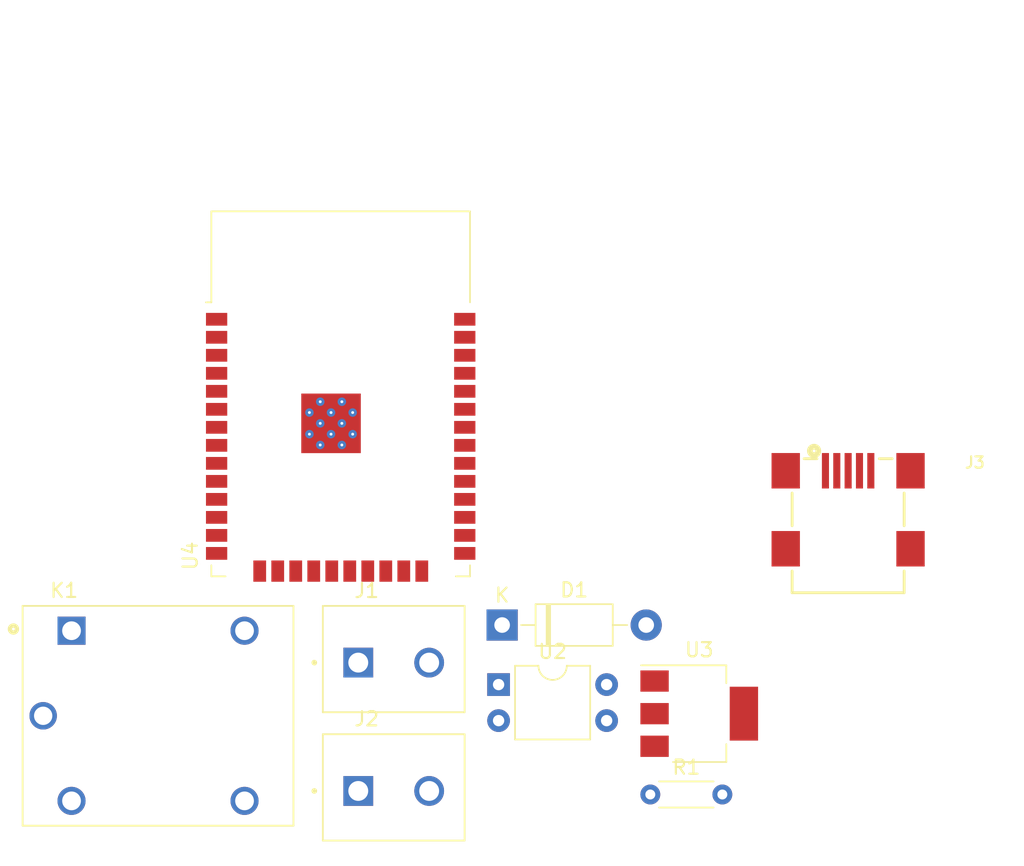
<source format=kicad_pcb>
(kicad_pcb (version 20221018) (generator pcbnew)
  (layers (0 "F.Cu" signal) (31 "B.Cu" signal) (34 "B.Paste" user) (35 "F.Paste" user) (36 "B.SilkS" user "B.Silkscreen") (37 "F.SilkS" user "F.Silkscreen") (38 "B.Mask" user) (39 "F.Mask" user) (44 "Edge.Cuts" user))
  (net 0 "")
  (net 1 "Net-(D1-K)")
  (net 2 "GND")
  (net 3 "+5V")
  (net 4 "Net-(J2-Pad1)")
  (net 5 "Net-(J2-Pad2)")
  (net 8 "Net-(R1-Pad2)")
  (net 9 "+3.3V")
  (footprint "usb_mini:usb_mini" (layer "F.Cu") (at 160.83 104.645)
    (property "VALUE" "65100516121")
    (fp_text reference "J3" (at 8.94 -4.453) (layer "F.SilkS") (effects (font (size 0.8 0.8))))
    (fp_text value "~")
    (fp_line (start -3.95 -2.3) (end -3.95 0) (stroke (width 0.2)) (layer "F.SilkS"))
    (fp_line (start -3.95 3.2) (end -3.95 4.725) (stroke (width 0.2)) (layer "F.SilkS"))
    (fp_line (start -3.95 4.725) (end 3.95 4.725) (stroke (width 0.2)) (layer "F.SilkS"))
    (fp_line (start -3.1 -4.725) (end -2.2 -4.725) (stroke (width 0.2)) (layer "F.SilkS"))
    (fp_line (start 2.2 -4.725) (end 3.1 -4.725) (stroke (width 0.2)) (layer "F.SilkS"))
    (fp_line (start 3.95 0) (end 3.95 -2.3) (stroke (width 0.2)) (layer "F.SilkS"))
    (fp_line (start 3.95 4.725) (end 3.95 3.2) (stroke (width 0.2)) (layer "F.SilkS"))
    (fp_circle (center -2.4 -5.275) (end -2.3 -5.275) (stroke (width 0.4)) (fill none) (layer "F.SilkS"))
    (pad "" np_thru_hole circle (at -2.2 -1.275) (size 0.9 0.9) (drill 0.9) (layers "*.Cu" "*.Mask"))
    (pad "" np_thru_hole circle (at 2.2 -1.275) (size 0.9 0.9) (drill 0.9) (layers "*.Cu" "*.Mask"))
    (pad "1" smd rect (at -1.6 -3.875) (size 0.5 2.5) (layers "F.Cu" "F.Paste" "F.Mask") (net 3 "+5V"))
    (pad "2" smd rect (at -0.8 -3.875) (size 0.5 2.5) (layers "F.Cu" "F.Paste" "F.Mask"))
    (pad "3" smd rect (at 0 -3.875) (size 0.5 2.5) (layers "F.Cu" "F.Paste" "F.Mask"))
    (pad "4" smd rect (at 0.8 -3.875) (size 0.5 2.5) (layers "F.Cu" "F.Paste" "F.Mask"))
    (pad "5" smd rect (at 1.6 -3.875) (size 0.5 2.5) (layers "F.Cu" "F.Paste" "F.Mask") (net 2 "GND"))
    (pad "S1" smd rect (at -4.4 -3.875) (size 2 2.5) (layers "F.Cu" "F.Paste" "F.Mask") (net 2 "GND"))
    (pad "S2" smd rect (at 4.4 -3.875) (size 2 2.5) (layers "F.Cu" "F.Paste" "F.Mask") (net 2 "GND"))
    (pad "S3" smd rect (at 4.4 1.625) (size 2 2.5) (layers "F.Cu" "F.Paste" "F.Mask") (net 2 "GND"))
    (pad "S4" smd rect (at -4.4 1.625) (size 2 2.5) (layers "F.Cu" "F.Paste" "F.Mask") (net 2 "GND"))
  )
  (footprint "Package_DIP:DIP-4_W7.62mm" (layer "F.Cu") (at 136.18 115.85)
    (fp_text reference "U2" (at 3.81 -2.33) (layer "F.SilkS"))
    (fp_text value "PC817")
    (fp_line (start 1.16 -1.33) (end 1.16 3.87) (stroke (width 0.12)) (layer "F.SilkS"))
    (fp_line (start 1.16 3.87) (end 6.46 3.87) (stroke (width 0.12)) (layer "F.SilkS"))
    (fp_line (start 2.81 -1.33) (end 1.16 -1.33) (stroke (width 0.12)) (layer "F.SilkS"))
    (fp_line (start 6.46 -1.33) (end 4.81 -1.33) (stroke (width 0.12)) (layer "F.SilkS"))
    (fp_line (start 6.46 3.87) (end 6.46 -1.33) (stroke (width 0.12)) (layer "F.SilkS"))
    (fp_arc (start 4.81 -1.33) (mid 3.81 -0.33) (end 2.81 -1.33) (stroke (width 0.12)) (layer "F.SilkS"))
    (pad "1" thru_hole rect (at 0 0) (size 1.6 1.6) (drill 0.8) (layers "*.Cu" "*.Mask") (net 8 "Net-(R1-Pad2)"))
    (pad "2" thru_hole oval (at 0 2.54) (size 1.6 1.6) (drill 0.8) (layers "*.Cu" "*.Mask") (net 2 "GND"))
    (pad "3" thru_hole oval (at 7.62 2.54) (size 1.6 1.6) (drill 0.8) (layers "*.Cu" "*.Mask") (net 1 "Net-(D1-K)"))
    (pad "4" thru_hole oval (at 7.62 0) (size 1.6 1.6) (drill 0.8) (layers "*.Cu" "*.Mask") (net 3 "+5V"))
  )
  (footprint "Diode_THT:D_DO-41_SOD81_P10.16mm_Horizontal" (layer "F.Cu") (at 136.43 111.65)
    (fp_text reference "D1" (at 5.08 -2.47) (layer "F.SilkS"))
    (fp_text value "1N4007")
    (fp_text user "K" (at 0 -2.1) (layer "F.SilkS"))
    (fp_line (start 1.34 0) (end 2.36 0) (stroke (width 0.12)) (layer "F.SilkS"))
    (fp_line (start 2.36 -1.47) (end 2.36 1.47) (stroke (width 0.12)) (layer "F.SilkS"))
    (fp_line (start 2.36 1.47) (end 7.8 1.47) (stroke (width 0.12)) (layer "F.SilkS"))
    (fp_line (start 3.14 -1.47) (end 3.14 1.47) (stroke (width 0.12)) (layer "F.SilkS"))
    (fp_line (start 3.26 -1.47) (end 3.26 1.47) (stroke (width 0.12)) (layer "F.SilkS"))
    (fp_line (start 3.38 -1.47) (end 3.38 1.47) (stroke (width 0.12)) (layer "F.SilkS"))
    (fp_line (start 7.8 -1.47) (end 2.36 -1.47) (stroke (width 0.12)) (layer "F.SilkS"))
    (fp_line (start 7.8 1.47) (end 7.8 -1.47) (stroke (width 0.12)) (layer "F.SilkS"))
    (fp_line (start 8.82 0) (end 7.8 0) (stroke (width 0.12)) (layer "F.SilkS"))
    (pad "1" thru_hole rect (at 0 0) (size 2.2 2.2) (drill 1.1) (layers "*.Cu" "*.Mask") (net 1 "Net-(D1-K)"))
    (pad "2" thru_hole oval (at 10.16 0) (size 2.2 2.2) (drill 1.1) (layers "*.Cu" "*.Mask") (net 2 "GND"))
  )
  (footprint "SRD-05VDC-SL-C:RELAY_SRD-05VDC-SL-C" (layer "F.Cu") (at 112.165 118.05)
    (fp_text reference "K1" (at -6.62563 -8.83584) (layer "F.SilkS") (effects (font (size 1.000094 1.000094))))
    (fp_text value "SRD-05VDC-SL-C")
    (fp_line (start -9.55 -7.75) (end 9.55 -7.75) (stroke (width 0.127)) (layer "F.SilkS"))
    (fp_line (start -9.55 7.75) (end -9.55 -7.75) (stroke (width 0.127)) (layer "F.SilkS"))
    (fp_line (start 9.55 -7.75) (end 9.55 7.75) (stroke (width 0.127)) (layer "F.SilkS"))
    (fp_line (start 9.55 7.75) (end -9.55 7.75) (stroke (width 0.127)) (layer "F.SilkS"))
    (fp_circle (center -10.2 -6.119) (end -10.1 -6.119) (stroke (width 0.3)) (fill none) (layer "F.SilkS"))
    (pad "A1" thru_hole rect (at -6.1 -6) (size 1.98 1.98) (drill 1.32) (layers "*.Cu" "*.Mask") (net 1 "Net-(D1-K)"))
    (pad "A2" thru_hole circle (at -6.1 6) (size 1.98 1.98) (drill 1.32) (layers "*.Cu" "*.Mask") (net 2 "GND"))
    (pad "COM" thru_hole circle (at -8.1 0) (size 1.935 1.935) (drill 1.29) (layers "*.Cu" "*.Mask") (net 5 "Net-(J2-Pad2)"))
    (pad "NC" thru_hole circle (at 6.1 -6) (size 1.98 1.98) (drill 1.32) (layers "*.Cu" "*.Mask"))
    (pad "NO" thru_hole circle (at 6.1 6) (size 1.98 1.98) (drill 1.32) (layers "*.Cu" "*.Mask") (net 4 "Net-(J2-Pad1)"))
  )
  (footprint "KF301-2P:HANDSON_KF301-2P" (layer "F.Cu") (at 128.785 123.35)
    (fp_text reference "J2" (at -1.905 -5.08) (layer "F.SilkS"))
    (fp_text value "KF301-2P")
    (fp_line (start -5 -4) (end 5 -4) (stroke (width 0.127)) (layer "F.SilkS"))
    (fp_line (start -5 3.5) (end -5 -4) (stroke (width 0.127)) (layer "F.SilkS"))
    (fp_line (start 5 -4) (end 5 3.5) (stroke (width 0.127)) (layer "F.SilkS"))
    (fp_line (start 5 3.5) (end -5 3.5) (stroke (width 0.127)) (layer "F.SilkS"))
    (fp_circle (center -5.6 0) (end -5.5 0) (stroke (width 0.2)) (fill none) (layer "F.SilkS"))
    (pad "1" thru_hole rect (at -2.5 0) (size 2.1 2.1) (drill 1.4) (layers "*.Cu" "*.Mask") (net 4 "Net-(J2-Pad1)"))
    (pad "2" thru_hole circle (at 2.5 0) (size 2.1 2.1) (drill 1.4) (layers "*.Cu" "*.Mask") (net 5 "Net-(J2-Pad2)"))
  )
  (footprint "RF_Module:ESP32-WROOM-32" (layer "F.Cu") (at 125.045 98.3375)
    (fp_text reference "U4" (at -10.61 8.43 90) (layer "F.SilkS"))
    (fp_text value "ESP32-WROOM-32")
    (fp_line (start -9.12 -15.86) (end -9.12 -9.445) (stroke (width 0.12)) (layer "F.SilkS"))
    (fp_line (start -9.12 -15.86) (end 9.12 -15.86) (stroke (width 0.12)) (layer "F.SilkS"))
    (fp_line (start -9.12 -9.445) (end -9.5 -9.445) (stroke (width 0.12)) (layer "F.SilkS"))
    (fp_line (start -9.12 9.1) (end -9.12 9.88) (stroke (width 0.12)) (layer "F.SilkS"))
    (fp_line (start -9.12 9.88) (end -8.12 9.88) (stroke (width 0.12)) (layer "F.SilkS"))
    (fp_line (start 9.12 -15.86) (end 9.12 -9.445) (stroke (width 0.12)) (layer "F.SilkS"))
    (fp_line (start 9.12 9.1) (end 9.12 9.88) (stroke (width 0.12)) (layer "F.SilkS"))
    (fp_line (start 9.12 9.88) (end 8.12 9.88) (stroke (width 0.12)) (layer "F.SilkS"))
    (pad "1" smd rect (at -8.75 -8.25) (size 1.5 0.9) (layers "F.Cu" "F.Paste" "F.Mask") (net 2 "GND"))
    (pad "2" smd rect (at -8.75 -6.98) (size 1.5 0.9) (layers "F.Cu" "F.Paste" "F.Mask") (net 9 "+3.3V"))
    (pad "3" smd rect (at -8.75 -5.71) (size 1.5 0.9) (layers "F.Cu" "F.Paste" "F.Mask") (net 9 "+3.3V"))
    (pad "4" smd rect (at -8.75 -4.44) (size 1.5 0.9) (layers "F.Cu" "F.Paste" "F.Mask"))
    (pad "5" smd rect (at -8.75 -3.17) (size 1.5 0.9) (layers "F.Cu" "F.Paste" "F.Mask"))
    (pad "6" smd rect (at -8.75 -1.9) (size 1.5 0.9) (layers "F.Cu" "F.Paste" "F.Mask"))
    (pad "7" smd rect (at -8.75 -0.63) (size 1.5 0.9) (layers "F.Cu" "F.Paste" "F.Mask"))
    (pad "8" smd rect (at -8.75 0.64) (size 1.5 0.9) (layers "F.Cu" "F.Paste" "F.Mask"))
    (pad "9" smd rect (at -8.75 1.91) (size 1.5 0.9) (layers "F.Cu" "F.Paste" "F.Mask"))
    (pad "10" smd rect (at -8.75 3.18) (size 1.5 0.9) (layers "F.Cu" "F.Paste" "F.Mask"))
    (pad "11" smd rect (at -8.75 4.45) (size 1.5 0.9) (layers "F.Cu" "F.Paste" "F.Mask"))
    (pad "12" smd rect (at -8.75 5.72) (size 1.5 0.9) (layers "F.Cu" "F.Paste" "F.Mask"))
    (pad "13" smd rect (at -8.75 6.99) (size 1.5 0.9) (layers "F.Cu" "F.Paste" "F.Mask"))
    (pad "14" smd rect (at -8.75 8.26) (size 1.5 0.9) (layers "F.Cu" "F.Paste" "F.Mask"))
    (pad "15" smd rect (at -5.71 9.51 90) (size 1.5 0.9) (layers "F.Cu" "F.Paste" "F.Mask") (net 2 "GND"))
    (pad "16" smd rect (at -4.44 9.51 90) (size 1.5 0.9) (layers "F.Cu" "F.Paste" "F.Mask"))
    (pad "17" smd rect (at -3.17 9.51 90) (size 1.5 0.9) (layers "F.Cu" "F.Paste" "F.Mask"))
    (pad "18" smd rect (at -1.9 9.51 90) (size 1.5 0.9) (layers "F.Cu" "F.Paste" "F.Mask"))
    (pad "19" smd rect (at -0.63 9.51 90) (size 1.5 0.9) (layers "F.Cu" "F.Paste" "F.Mask"))
    (pad "20" smd rect (at 0.64 9.51 90) (size 1.5 0.9) (layers "F.Cu" "F.Paste" "F.Mask"))
    (pad "21" smd rect (at 1.91 9.51 90) (size 1.5 0.9) (layers "F.Cu" "F.Paste" "F.Mask"))
    (pad "22" smd rect (at 3.18 9.51 90) (size 1.5 0.9) (layers "F.Cu" "F.Paste" "F.Mask"))
    (pad "23" smd rect (at 4.45 9.51 90) (size 1.5 0.9) (layers "F.Cu" "F.Paste" "F.Mask"))
    (pad "24" smd rect (at 5.72 9.51 90) (size 1.5 0.9) (layers "F.Cu" "F.Paste" "F.Mask"))
    (pad "25" smd rect (at 8.75 8.26) (size 1.5 0.9) (layers "F.Cu" "F.Paste" "F.Mask"))
    (pad "26" smd rect (at 8.75 6.99) (size 1.5 0.9) (layers "F.Cu" "F.Paste" "F.Mask"))
    (pad "27" smd rect (at 8.75 5.72) (size 1.5 0.9) (layers "F.Cu" "F.Paste" "F.Mask"))
    (pad "28" smd rect (at 8.75 4.45) (size 1.5 0.9) (layers "F.Cu" "F.Paste" "F.Mask"))
    (pad "29" smd rect (at 8.75 3.18) (size 1.5 0.9) (layers "F.Cu" "F.Paste" "F.Mask"))
    (pad "30" smd rect (at 8.75 1.91) (size 1.5 0.9) (layers "F.Cu" "F.Paste" "F.Mask"))
    (pad "31" smd rect (at 8.75 0.64) (size 1.5 0.9) (layers "F.Cu" "F.Paste" "F.Mask"))
    (pad "32" smd rect (at 8.75 -0.63) (size 1.5 0.9) (layers "F.Cu" "F.Paste" "F.Mask"))
    (pad "33" smd rect (at 8.75 -1.9) (size 1.5 0.9) (layers "F.Cu" "F.Paste" "F.Mask"))
    (pad "34" smd rect (at 8.75 -3.17) (size 1.5 0.9) (layers "F.Cu" "F.Paste" "F.Mask"))
    (pad "35" smd rect (at 8.75 -4.44) (size 1.5 0.9) (layers "F.Cu" "F.Paste" "F.Mask"))
    (pad "36" smd rect (at 8.75 -5.71) (size 1.5 0.9) (layers "F.Cu" "F.Paste" "F.Mask"))
    (pad "37" smd rect (at 8.75 -6.98) (size 1.5 0.9) (layers "F.Cu" "F.Paste" "F.Mask"))
    (pad "38" smd rect (at 8.75 -8.25) (size 1.5 0.9) (layers "F.Cu" "F.Paste" "F.Mask") (net 2 "GND"))
    (pad "39" smd rect (at -2.205 -2.435) (size 1.05 1.05) (layers "F.Cu" "F.Paste") (net 2 "GND"))
    (pad "39" thru_hole circle (at -2.205 -1.6725) (size 0.6 0.6) (drill 0.2) (property pad_prop_heatsink) (layers "*.Cu" "F.Mask") (net 2 "GND"))
    (pad "39" smd rect (at -2.205 -0.91) (size 1.05 1.05) (layers "F.Cu" "F.Paste") (net 2 "GND"))
    (pad "39" thru_hole circle (at -2.205 -0.1475) (size 0.6 0.6) (drill 0.2) (property pad_prop_heatsink) (layers "*.Cu" "F.Mask") (net 2 "GND"))
    (pad "39" smd rect (at -2.205 0.615) (size 1.05 1.05) (layers "F.Cu" "F.Paste") (net 2 "GND"))
    (pad "39" thru_hole circle (at -1.4425 -2.435) (size 0.6 0.6) (drill 0.2) (property pad_prop_heatsink) (layers "*.Cu" "F.Mask") (net 2 "GND"))
    (pad "39" thru_hole circle (at -1.4425 -0.91) (size 0.6 0.6) (drill 0.2) (property pad_prop_heatsink) (layers "*.Cu" "F.Mask") (net 2 "GND"))
    (pad "39" thru_hole circle (at -1.4425 0.615) (size 0.6 0.6) (drill 0.2) (property pad_prop_heatsink) (layers "*.Cu" "F.Mask") (net 2 "GND"))
    (pad "39" smd rect (at -0.68 -2.435) (size 1.05 1.05) (layers "F.Cu" "F.Paste") (net 2 "GND"))
    (pad "39" thru_hole circle (at -0.68 -1.6725) (size 0.6 0.6) (drill 0.2) (property pad_prop_heatsink) (layers "*.Cu" "F.Mask") (net 2 "GND"))
    (pad "39" smd rect (at -0.68 -0.91) (size 1.05 1.05) (layers "F.Cu" "F.Paste") (net 2 "GND"))
    (pad "39" smd rect (at -0.68 -0.91) (size 4.2 4.2) (layers "F.Cu" "F.Mask") (net 2 "GND"))
    (pad "39" thru_hole circle (at -0.68 -0.1475) (size 0.6 0.6) (drill 0.2) (property pad_prop_heatsink) (layers "*.Cu" "F.Mask") (net 2 "GND"))
    (pad "39" smd rect (at -0.68 0.615) (size 1.05 1.05) (layers "F.Cu" "F.Paste") (net 2 "GND"))
    (pad "39" thru_hole circle (at 0.0825 -2.435) (size 0.6 0.6) (drill 0.2) (property pad_prop_heatsink) (layers "*.Cu" "F.Mask") (net 2 "GND"))
    (pad "39" thru_hole circle (at 0.0825 -0.91) (size 0.6 0.6) (drill 0.2) (property pad_prop_heatsink) (layers "*.Cu" "F.Mask") (net 2 "GND"))
    (pad "39" thru_hole circle (at 0.0825 0.615) (size 0.6 0.6) (drill 0.2) (property pad_prop_heatsink) (layers "*.Cu" "F.Mask") (net 2 "GND"))
    (pad "39" smd rect (at 0.845 -2.435) (size 1.05 1.05) (layers "F.Cu" "F.Paste") (net 2 "GND"))
    (pad "39" thru_hole circle (at 0.845 -1.6725) (size 0.6 0.6) (drill 0.2) (property pad_prop_heatsink) (layers "*.Cu" "F.Mask") (net 2 "GND"))
    (pad "39" smd rect (at 0.845 -0.91) (size 1.05 1.05) (layers "F.Cu" "F.Paste") (net 2 "GND"))
    (pad "39" thru_hole circle (at 0.845 -0.1475) (size 0.6 0.6) (drill 0.2) (property pad_prop_heatsink) (layers "*.Cu" "F.Mask") (net 2 "GND"))
    (pad "39" smd rect (at 0.845 0.615) (size 1.05 1.05) (layers "F.Cu" "F.Paste") (net 2 "GND"))
  )
  (footprint "Resistor_THT:R_Axial_DIN0204_L3.6mm_D1.6mm_P5.08mm_Horizontal" (layer "F.Cu") (at 146.88 123.6)
    (fp_text reference "R1" (at 2.54 -1.92) (layer "F.SilkS"))
    (fp_text value "180Ω")
    (fp_line (start 0.62 -0.92) (end 4.46 -0.92) (stroke (width 0.12)) (layer "F.SilkS"))
    (fp_line (start 0.62 0.92) (end 4.46 0.92) (stroke (width 0.12)) (layer "F.SilkS"))
    (pad "1" thru_hole circle (at 0 0) (size 1.4 1.4) (drill 0.7) (layers "*.Cu" "*.Mask"))
    (pad "2" thru_hole oval (at 5.08 0) (size 1.4 1.4) (drill 0.7) (layers "*.Cu" "*.Mask") (net 8 "Net-(R1-Pad2)"))
  )
  (footprint "Package_TO_SOT_SMD:SOT-223-3_TabPin2" (layer "F.Cu") (at 150.33 117.9)
    (fp_text reference "U3" (at 0 -4.5) (layer "F.SilkS"))
    (fp_text value "AMS1117-3.3")
    (fp_line (start -4.1 -3.41) (end 1.91 -3.41) (stroke (width 0.12)) (layer "F.SilkS"))
    (fp_line (start -1.85 3.41) (end 1.91 3.41) (stroke (width 0.12)) (layer "F.SilkS"))
    (fp_line (start 1.91 -3.41) (end 1.91 -2.15) (stroke (width 0.12)) (layer "F.SilkS"))
    (fp_line (start 1.91 3.41) (end 1.91 2.15) (stroke (width 0.12)) (layer "F.SilkS"))
    (pad "1" smd rect (at -3.15 -2.3) (size 2 1.5) (layers "F.Cu" "F.Paste" "F.Mask") (net 2 "GND"))
    (pad "2" smd rect (at -3.15 0) (size 2 1.5) (layers "F.Cu" "F.Paste" "F.Mask") (net 9 "+3.3V"))
    (pad "2" smd rect (at 3.15 0) (size 2 3.8) (layers "F.Cu" "F.Paste" "F.Mask") (net 9 "+3.3V"))
    (pad "3" smd rect (at -3.15 2.3) (size 2 1.5) (layers "F.Cu" "F.Paste" "F.Mask") (net 3 "+5V"))
  )
  (footprint "KF301-2P:HANDSON_KF301-2P" (layer "F.Cu") (at 128.785 114.3)
    (fp_text reference "J1" (at -1.905 -5.08) (layer "F.SilkS"))
    (fp_text value "KF301-2P")
    (fp_line (start -5 -4) (end 5 -4) (stroke (width 0.127)) (layer "F.SilkS"))
    (fp_line (start -5 3.5) (end -5 -4) (stroke (width 0.127)) (layer "F.SilkS"))
    (fp_line (start 5 -4) (end 5 3.5) (stroke (width 0.127)) (layer "F.SilkS"))
    (fp_line (start 5 3.5) (end -5 3.5) (stroke (width 0.127)) (layer "F.SilkS"))
    (fp_circle (center -5.6 0) (end -5.5 0) (stroke (width 0.2)) (fill none) (layer "F.SilkS"))
    (pad "1" thru_hole rect (at -2.5 0) (size 2.1 2.1) (drill 1.4) (layers "*.Cu" "*.Mask") (net 2 "GND"))
    (pad "2" thru_hole circle (at 2.5 0) (size 2.1 2.1) (drill 1.4) (layers "*.Cu" "*.Mask") (net 3 "+5V"))
  )
)
</source>
